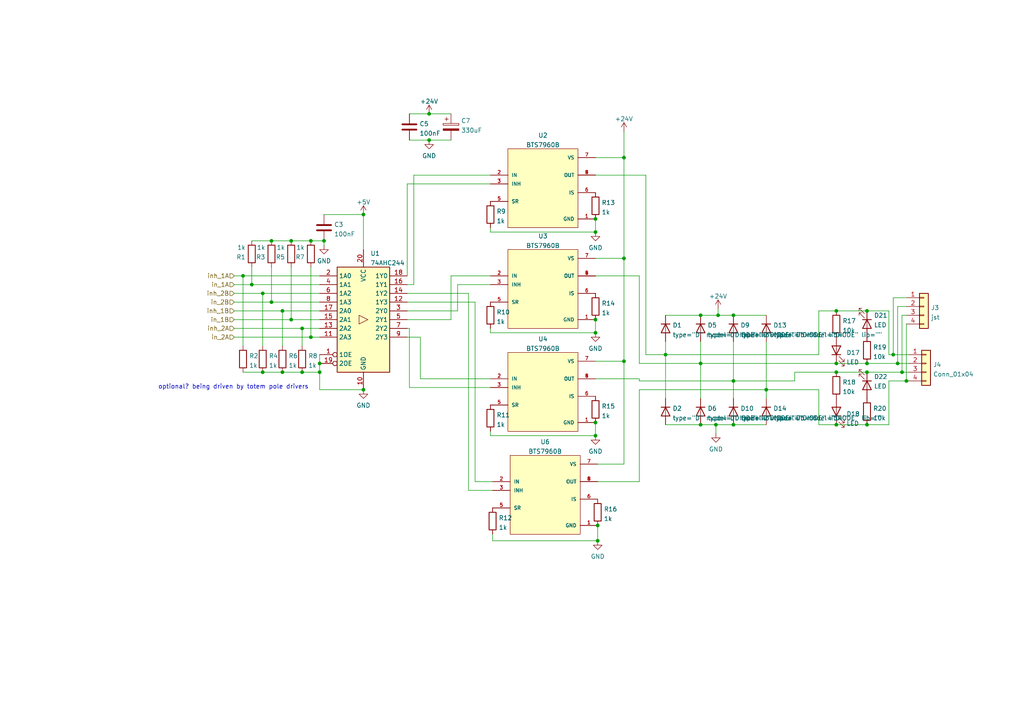
<source format=kicad_sch>
(kicad_sch (version 20211123) (generator eeschema)
  (paper "A4")
  (lib_symbols
    (symbol "74xx:74AHC244"
      (property "Reference" "U" (at -7.62 16.51 0))
      (property "Value" "74AHC244" (at -7.62 -16.51 0))
      (symbol "74AHC244_1_0"
        (polyline (pts (xy 1.27 0) (xy -1.27 1.27) (xy -1.27 -1.27) (xy 1.27 0)) (stroke (width 0.1524)))
        (pin input inverted (at -12.7 -10.16 0) (length 5.08) (name "1OE") (number "1"))
        (pin power_in line (at 0 -20.32 90) (length 5.08) (name "GND") (number "10"))
        (pin input line (at -12.7 -5.08 0) (length 5.08) (name "2A3") (number "11"))
        (pin tri_state line (at 12.7 5.08 180) (length 5.08) (name "1Y3") (number "12"))
        (pin input line (at -12.7 -2.54 0) (length 5.08) (name "2A2") (number "13"))
        (pin tri_state line (at 12.7 7.62 180) (length 5.08) (name "1Y2") (number "14"))
        (pin input line (at -12.7 0 0) (length 5.08) (name "2A1") (number "15"))
        (pin tri_state line (at 12.7 10.16 180) (length 5.08) (name "1Y1") (number "16"))
        (pin input line (at -12.7 2.54 0) (length 5.08) (name "2A0") (number "17"))
        (pin tri_state line (at 12.7 12.7 180) (length 5.08) (name "1Y0") (number "18"))
        (pin input inverted (at -12.7 -12.7 0) (length 5.08) (name "2OE") (number "19"))
        (pin input line (at -12.7 12.7 0) (length 5.08) (name "1A0") (number "2"))
        (pin power_in line (at 0 20.32 270) (length 5.08) (name "VCC") (number "20"))
        (pin tri_state line (at 12.7 2.54 180) (length 5.08) (name "2Y0") (number "3"))
        (pin input line (at -12.7 10.16 0) (length 5.08) (name "1A1") (number "4"))
        (pin tri_state line (at 12.7 0 180) (length 5.08) (name "2Y1") (number "5"))
        (pin input line (at -12.7 7.62 0) (length 5.08) (name "1A2") (number "6"))
        (pin tri_state line (at 12.7 -2.54 180) (length 5.08) (name "2Y2") (number "7"))
        (pin input line (at -12.7 5.08 0) (length 5.08) (name "1A3") (number "8"))
        (pin tri_state line (at 12.7 -5.08 180) (length 5.08) (name "2Y3") (number "9"))
      )
      (symbol "74AHC244_1_1"
        (rectangle (start -7.62 15.24) (end 7.62 -15.24) (stroke (width 0.254)) (fill (type background)))
      )
    )
    (symbol "Connector_Generic:Conn_01x04" (pin_names (offset 1.016) hide)
      (property "Reference" "J" (at 0 5.08 0))
      (property "Value" "Conn_01x04" (at 0 -7.62 0))
      (symbol "Conn_01x04_1_1"
        (rectangle (start -1.27 -4.953) (end 0 -5.207) (stroke (width 0.1524)))
        (rectangle (start -1.27 -2.413) (end 0 -2.667) (stroke (width 0.1524)))
        (rectangle (start -1.27 0.127) (end 0 -0.127) (stroke (width 0.1524)))
        (rectangle (start -1.27 2.667) (end 0 2.413) (stroke (width 0.1524)))
        (rectangle (start -1.27 3.81) (end 1.27 -6.35) (stroke (width 0.254)) (fill (type background)))
        (pin passive line (at -5.08 2.54 0) (length 3.81) (name "Pin_1") (number "1"))
        (pin passive line (at -5.08 0 0) (length 3.81) (name "Pin_2") (number "2"))
        (pin passive line (at -5.08 -2.54 0) (length 3.81) (name "Pin_3") (number "3"))
        (pin passive line (at -5.08 -5.08 0) (length 3.81) (name "Pin_4") (number "4"))
      )
    )
    (symbol "Device:C" (pin_numbers hide) (pin_names (offset 0.254))
      (property "Reference" "C" (at 0.635 2.54 0))
      (property "Value" "C" (at 0.635 -2.54 0))
      (symbol "C_0_1"
        (polyline (pts (xy -2.032 -0.762) (xy 2.032 -0.762)) (stroke (width 0.508)))
        (polyline (pts (xy -2.032 0.762) (xy 2.032 0.762)) (stroke (width 0.508)))
      )
      (symbol "C_1_1"
        (pin passive line (at 0 3.81 270) (length 2.794) (name "~") (number "1"))
        (pin passive line (at 0 -3.81 90) (length 2.794) (name "~") (number "2"))
      )
    )
    (symbol "Device:C_Polarized" (pin_numbers hide) (pin_names (offset 0.254))
      (property "Reference" "C" (at 0.635 2.54 0))
      (property "Value" "C_Polarized" (at 0.635 -2.54 0))
      (symbol "C_Polarized_0_1"
        (rectangle (start -2.286 0.508) (end 2.286 1.016))
        (polyline (pts (xy -1.778 2.286) (xy -0.762 2.286)))
        (polyline (pts (xy -1.27 2.794) (xy -1.27 1.778)))
        (rectangle (start 2.286 -0.508) (end -2.286 -1.016) (fill (type outline)))
      )
      (symbol "C_Polarized_1_1"
        (pin passive line (at 0 3.81 270) (length 2.794) (name "~") (number "1"))
        (pin passive line (at 0 -3.81 90) (length 2.794) (name "~") (number "2"))
      )
    )
    (symbol "Device:LED" (pin_numbers hide) (pin_names (offset 1.016) hide)
      (property "Reference" "D" (at 0 2.54 0))
      (property "Value" "LED" (at 0 -2.54 0))
      (symbol "LED_0_1"
        (polyline (pts (xy -1.27 -1.27) (xy -1.27 1.27)) (stroke (width 0.254)))
        (polyline (pts (xy -1.27 0) (xy 1.27 0)))
        (polyline (pts (xy 1.27 -1.27) (xy 1.27 1.27) (xy -1.27 0) (xy 1.27 -1.27)) (stroke (width 0.254)))
        (polyline (pts (xy -3.048 -0.762) (xy -4.572 -2.286) (xy -3.81 -2.286) (xy -4.572 -2.286) (xy -4.572 -1.524)))
        (polyline (pts (xy -1.778 -0.762) (xy -3.302 -2.286) (xy -2.54 -2.286) (xy -3.302 -2.286) (xy -3.302 -1.524)))
      )
      (symbol "LED_1_1"
        (pin passive line (at -3.81 0 0) (length 2.54) (name "K") (number "1"))
        (pin passive line (at 3.81 0 180) (length 2.54) (name "A") (number "2"))
      )
    )
    (symbol "Device:R" (pin_numbers hide) (pin_names (offset 0))
      (property "Reference" "R" (at 2.032 0 90))
      (property "Value" "R" (at 0 0 90))
      (symbol "R_0_1"
        (rectangle (start -1.016 -2.54) (end 1.016 2.54) (stroke (width 0.254)))
      )
      (symbol "R_1_1"
        (pin passive line (at 0 3.81 270) (length 1.27) (name "~") (number "1"))
        (pin passive line (at 0 -3.81 90) (length 1.27) (name "~") (number "2"))
      )
    )
    (symbol "Evan's misc parts:BTS7960B" (pin_names (offset 1.016))
      (property "Reference" "U" (at -10.16 10.922 0))
      (property "Value" "BTS7960B" (at -10.16 -15.24 0))
      (symbol "BTS7960B_0_0"
        (rectangle (start -10.16 -12.7) (end 10.16 10.16) (stroke (width 0.1524)) (fill (type background)))
        (pin power_in line (at 15.24 -10.16 180) (length 5.08) (name "GND") (number "1"))
        (pin input line (at -15.24 2.54 0) (length 5.08) (name "IN") (number "2"))
        (pin input line (at -15.24 0 0) (length 5.08) (name "INH") (number "3"))
        (pin output line (at 15.24 2.54 180) (length 5.08) (name "OUT") (number "4"))
        (pin input line (at -15.24 -5.08 0) (length 5.08) (name "SR") (number "5"))
        (pin output line (at 15.24 -2.54 180) (length 5.08) (name "IS") (number "6"))
        (pin power_in line (at 15.24 7.62 180) (length 5.08) (name "VS") (number "7"))
        (pin output line (at 15.24 2.54 180) (length 5.08) (name "OUT") (number "8"))
      )
    )
    (symbol "Simulation_SPICE:DIODE" (pin_numbers hide) (pin_names (offset 1.016) hide)
      (property "Reference" "D" (at 0 2.54 0))
      (property "Value" "DIODE" (at 0 -2.54 0))
      (symbol "DIODE_0_1"
        (polyline (pts (xy 1.27 0) (xy -1.27 0)))
        (polyline (pts (xy 1.27 1.27) (xy 1.27 -1.27)) (stroke (width 0.254)))
        (polyline (pts (xy -1.27 -1.27) (xy -1.27 1.27) (xy 1.27 0) (xy -1.27 -1.27)) (stroke (width 0.254)))
      )
      (symbol "DIODE_1_1"
        (pin passive line (at -3.81 0 0) (length 2.54) (name "A") (number "1"))
        (pin passive line (at 3.81 0 180) (length 2.54) (name "K") (number "2"))
      )
    )
    (symbol "power:+24V" (power) (pin_names (offset 0))
      (property "Value" "+24V" (at 0 3.556 0))
      (symbol "+24V_0_1"
        (polyline (pts (xy -0.762 1.27) (xy 0 2.54)))
        (polyline (pts (xy 0 0) (xy 0 2.54)))
        (polyline (pts (xy 0 2.54) (xy 0.762 1.27)))
      )
      (symbol "+24V_1_1"
        (pin power_in line (at 0 0 90) (length 0) hide (name "+24V") (number "1"))
      )
    )
    (symbol "power:+5V" (power) (pin_names (offset 0))
      (property "Value" "+5V" (at 0 3.556 0))
      (symbol "+5V_0_1"
        (polyline (pts (xy -0.762 1.27) (xy 0 2.54)))
        (polyline (pts (xy 0 0) (xy 0 2.54)))
        (polyline (pts (xy 0 2.54) (xy 0.762 1.27)))
      )
      (symbol "+5V_1_1"
        (pin power_in line (at 0 0 90) (length 0) hide (name "+5V") (number "1"))
      )
    )
    (symbol "power:GND" (power) (pin_names (offset 0))
      (property "Value" "GND" (at 0 -3.81 0))
      (symbol "GND_0_1"
        (polyline (pts (xy 0 0) (xy 0 -1.27) (xy 1.27 -1.27) (xy 0 -2.54) (xy -1.27 -1.27) (xy 0 -1.27)))
      )
      (symbol "GND_1_1"
        (pin power_in line (at 0 0 270) (length 0) hide (name "GND") (number "1"))
      )
    )
  )
  (junction (at 260.35 105.41))
  (junction (at 90.17 97.79))
  (junction (at 92.71 107.95))
  (junction (at 180.975 74.93))
  (junction (at 208.28 91.44))
  (junction (at 212.725 110.49))
  (junction (at 242.57 105.41))
  (junction (at 172.72 126.365))
  (junction (at 193.04 102.87))
  (junction (at 84.455 92.71))
  (junction (at 172.72 63.5))
  (junction (at 212.725 123.19))
  (junction (at 251.46 107.95))
  (junction (at 222.25 113.03))
  (junction (at 212.725 91.44))
  (junction (at 105.41 113.03))
  (junction (at 251.46 90.17))
  (junction (at 207.645 123.19))
  (junction (at 172.72 96.52))
  (junction (at 81.915 107.95))
  (junction (at 242.57 123.19))
  (junction (at 78.74 87.63))
  (junction (at 93.98 69.85))
  (junction (at 203.2 91.44))
  (junction (at 173.355 156.845))
  (junction (at 251.46 105.41))
  (junction (at 90.17 69.85))
  (junction (at 124.46 40.64))
  (junction (at 242.57 107.95))
  (junction (at 259.08 102.87))
  (junction (at 180.975 104.775))
  (junction (at 92.71 105.41))
  (junction (at 124.46 33.02))
  (junction (at 87.63 95.25))
  (junction (at 70.485 80.01))
  (junction (at 242.57 90.17))
  (junction (at 261.62 107.95))
  (junction (at 172.72 122.555))
  (junction (at 84.455 69.85))
  (junction (at 81.915 90.17))
  (junction (at 87.63 107.95))
  (junction (at 76.2 107.95))
  (junction (at 76.2 85.09))
  (junction (at 203.2 123.19))
  (junction (at 251.46 123.19))
  (junction (at 172.72 67.31))
  (junction (at 173.355 152.4))
  (junction (at 203.2 105.41))
  (junction (at 105.41 62.23))
  (junction (at 262.89 110.49))
  (junction (at 73.025 82.55))
  (junction (at 180.975 45.72))
  (junction (at 78.74 69.85))
  (junction (at 172.72 92.71))
  (wire (pts (xy 76.2 85.09) (xy 92.71 85.09)))
  (wire (pts (xy 251.46 90.17) (xy 242.57 90.17)))
  (wire (pts (xy 261.62 107.95) (xy 263.525 107.95)))
  (wire (pts (xy 237.49 113.03) (xy 237.49 123.19)))
  (wire (pts (xy 230.505 110.49) (xy 230.505 107.95)))
  (wire (pts (xy 67.945 82.55) (xy 73.025 82.55)))
  (wire (pts (xy 67.945 95.25) (xy 87.63 95.25)))
  (wire (pts (xy 118.745 112.395) (xy 142.24 112.395)))
  (wire (pts (xy 257.81 110.49) (xy 262.89 110.49)))
  (wire (pts (xy 81.915 107.95) (xy 87.63 107.95)))
  (wire (pts (xy 242.57 105.41) (xy 251.46 105.41)))
  (wire (pts (xy 193.04 99.06) (xy 193.04 102.87)))
  (wire (pts (xy 262.89 91.44) (xy 261.62 91.44)))
  (wire (pts (xy 118.11 80.01) (xy 118.11 53.34)))
  (wire (pts (xy 142.24 67.31) (xy 172.72 67.31)))
  (wire (pts (xy 193.04 91.44) (xy 203.2 91.44)))
  (wire (pts (xy 90.17 69.85) (xy 84.455 69.85)))
  (wire (pts (xy 130.81 80.01) (xy 130.81 92.71)))
  (wire (pts (xy 212.725 110.49) (xy 212.725 115.57)))
  (wire (pts (xy 70.485 80.01) (xy 70.485 100.33)))
  (wire (pts (xy 262.89 93.98) (xy 262.89 110.49)))
  (wire (pts (xy 67.945 97.79) (xy 90.17 97.79)))
  (wire (pts (xy 137.795 87.63) (xy 137.795 139.7)))
  (wire (pts (xy 92.71 107.95) (xy 92.71 113.03)))
  (wire (pts (xy 87.63 107.95) (xy 92.71 107.95)))
  (wire (pts (xy 172.72 45.72) (xy 180.975 45.72)))
  (wire (pts (xy 118.745 95.25) (xy 118.745 112.395)))
  (wire (pts (xy 222.25 113.03) (xy 237.49 113.03)))
  (wire (pts (xy 262.89 88.9) (xy 260.35 88.9)))
  (wire (pts (xy 237.49 90.17) (xy 237.49 102.87)))
  (wire (pts (xy 90.17 69.85) (xy 93.98 69.85)))
  (wire (pts (xy 67.945 90.17) (xy 81.915 90.17)))
  (wire (pts (xy 120.015 82.55) (xy 118.11 82.55)))
  (wire (pts (xy 185.42 80.01) (xy 185.42 105.41)))
  (wire (pts (xy 207.645 125.73) (xy 207.645 123.19)))
  (wire (pts (xy 84.455 92.71) (xy 92.71 92.71)))
  (wire (pts (xy 212.725 91.44) (xy 222.25 91.44)))
  (wire (pts (xy 130.81 80.01) (xy 142.24 80.01)))
  (wire (pts (xy 260.35 105.41) (xy 263.525 105.41)))
  (wire (pts (xy 173.355 134.62) (xy 180.975 134.62)))
  (wire (pts (xy 259.08 102.87) (xy 257.81 102.87)))
  (wire (pts (xy 118.11 95.25) (xy 118.745 95.25)))
  (wire (pts (xy 173.355 156.845) (xy 173.355 152.4)))
  (wire (pts (xy 142.875 154.94) (xy 142.875 156.845)))
  (wire (pts (xy 203.2 123.19) (xy 207.645 123.19)))
  (wire (pts (xy 130.81 92.71) (xy 118.11 92.71)))
  (wire (pts (xy 185.42 109.855) (xy 185.42 110.49)))
  (wire (pts (xy 76.2 100.33) (xy 76.2 85.09)))
  (wire (pts (xy 172.72 67.31) (xy 172.72 63.5)))
  (wire (pts (xy 203.2 105.41) (xy 203.2 115.57)))
  (wire (pts (xy 76.2 107.95) (xy 81.915 107.95)))
  (wire (pts (xy 124.46 40.64) (xy 130.81 40.64)))
  (wire (pts (xy 180.975 74.93) (xy 180.975 104.775)))
  (wire (pts (xy 257.81 123.19) (xy 257.81 110.49)))
  (wire (pts (xy 262.89 110.49) (xy 263.525 110.49)))
  (wire (pts (xy 230.505 107.95) (xy 242.57 107.95)))
  (wire (pts (xy 118.745 33.02) (xy 124.46 33.02)))
  (wire (pts (xy 172.72 74.93) (xy 180.975 74.93)))
  (wire (pts (xy 118.11 87.63) (xy 137.795 87.63)))
  (wire (pts (xy 67.945 87.63) (xy 78.74 87.63)))
  (wire (pts (xy 118.11 85.09) (xy 135.89 85.09)))
  (wire (pts (xy 142.24 125.095) (xy 142.24 126.365)))
  (wire (pts (xy 185.42 110.49) (xy 212.725 110.49)))
  (wire (pts (xy 185.42 139.7) (xy 185.42 113.03)))
  (wire (pts (xy 92.71 102.87) (xy 92.71 105.41)))
  (wire (pts (xy 222.25 99.06) (xy 222.25 113.03)))
  (wire (pts (xy 242.57 90.17) (xy 237.49 90.17)))
  (wire (pts (xy 242.57 123.19) (xy 251.46 123.19)))
  (wire (pts (xy 118.11 53.34) (xy 142.24 53.34)))
  (wire (pts (xy 70.485 107.95) (xy 76.2 107.95)))
  (wire (pts (xy 212.725 99.06) (xy 212.725 110.49)))
  (wire (pts (xy 73.025 77.47) (xy 73.025 82.55)))
  (wire (pts (xy 142.875 156.845) (xy 173.355 156.845)))
  (wire (pts (xy 193.04 102.87) (xy 193.04 115.57)))
  (wire (pts (xy 172.72 96.52) (xy 172.72 92.71)))
  (wire (pts (xy 142.24 96.52) (xy 172.72 96.52)))
  (wire (pts (xy 180.975 38.1) (xy 180.975 45.72)))
  (wire (pts (xy 172.72 104.775) (xy 180.975 104.775)))
  (wire (pts (xy 132.715 90.17) (xy 132.715 82.55)))
  (wire (pts (xy 257.81 90.17) (xy 251.46 90.17)))
  (wire (pts (xy 73.025 82.55) (xy 92.71 82.55)))
  (wire (pts (xy 105.41 62.23) (xy 93.98 62.23)))
  (wire (pts (xy 193.04 123.19) (xy 203.2 123.19)))
  (wire (pts (xy 251.46 105.41) (xy 260.35 105.41)))
  (wire (pts (xy 120.015 50.8) (xy 142.24 50.8)))
  (wire (pts (xy 180.975 104.775) (xy 180.975 134.62)))
  (wire (pts (xy 121.92 109.855) (xy 142.24 109.855)))
  (wire (pts (xy 262.89 86.36) (xy 259.08 86.36)))
  (wire (pts (xy 78.74 77.47) (xy 78.74 87.63)))
  (wire (pts (xy 90.17 97.79) (xy 92.71 97.79)))
  (wire (pts (xy 118.11 97.79) (xy 121.92 97.79)))
  (wire (pts (xy 203.2 99.06) (xy 203.2 105.41)))
  (wire (pts (xy 212.725 110.49) (xy 230.505 110.49)))
  (wire (pts (xy 208.28 89.535) (xy 208.28 91.44)))
  (wire (pts (xy 118.745 40.64) (xy 124.46 40.64)))
  (wire (pts (xy 172.72 50.8) (xy 187.325 50.8)))
  (wire (pts (xy 67.945 80.01) (xy 70.485 80.01)))
  (wire (pts (xy 87.63 95.25) (xy 92.71 95.25)))
  (wire (pts (xy 124.46 33.02) (xy 130.81 33.02)))
  (wire (pts (xy 81.915 90.17) (xy 81.915 100.33)))
  (wire (pts (xy 222.25 113.03) (xy 222.25 115.57)))
  (wire (pts (xy 251.46 123.19) (xy 257.81 123.19)))
  (wire (pts (xy 187.325 50.8) (xy 187.325 102.87)))
  (wire (pts (xy 261.62 91.44) (xy 261.62 107.95)))
  (wire (pts (xy 93.98 69.85) (xy 93.98 71.12)))
  (wire (pts (xy 118.11 90.17) (xy 132.715 90.17)))
  (wire (pts (xy 237.49 123.19) (xy 242.57 123.19)))
  (wire (pts (xy 172.72 109.855) (xy 185.42 109.855)))
  (wire (pts (xy 84.455 69.85) (xy 78.74 69.85)))
  (wire (pts (xy 142.24 126.365) (xy 172.72 126.365)))
  (wire (pts (xy 137.795 139.7) (xy 142.875 139.7)))
  (wire (pts (xy 132.715 82.55) (xy 142.24 82.55)))
  (wire (pts (xy 251.46 107.95) (xy 261.62 107.95)))
  (wire (pts (xy 121.92 97.79) (xy 121.92 109.855)))
  (wire (pts (xy 135.89 142.24) (xy 135.89 85.09)))
  (wire (pts (xy 263.525 102.87) (xy 259.08 102.87)))
  (wire (pts (xy 203.2 105.41) (xy 242.57 105.41)))
  (wire (pts (xy 173.355 139.7) (xy 185.42 139.7)))
  (wire (pts (xy 70.485 80.01) (xy 92.71 80.01)))
  (wire (pts (xy 92.71 105.41) (xy 92.71 107.95)))
  (wire (pts (xy 237.49 102.87) (xy 193.04 102.87)))
  (wire (pts (xy 84.455 77.47) (xy 84.455 92.71)))
  (wire (pts (xy 180.975 45.72) (xy 180.975 74.93)))
  (wire (pts (xy 92.71 113.03) (xy 105.41 113.03)))
  (wire (pts (xy 260.35 88.9) (xy 260.35 105.41)))
  (wire (pts (xy 120.015 50.8) (xy 120.015 82.55)))
  (wire (pts (xy 259.08 86.36) (xy 259.08 102.87)))
  (wire (pts (xy 203.2 91.44) (xy 208.28 91.44)))
  (wire (pts (xy 78.74 87.63) (xy 92.71 87.63)))
  (wire (pts (xy 208.28 91.44) (xy 212.725 91.44)))
  (wire (pts (xy 78.74 69.85) (xy 73.025 69.85)))
  (wire (pts (xy 142.24 95.25) (xy 142.24 96.52)))
  (wire (pts (xy 105.41 72.39) (xy 105.41 62.23)))
  (wire (pts (xy 242.57 107.95) (xy 251.46 107.95)))
  (wire (pts (xy 67.945 85.09) (xy 76.2 85.09)))
  (wire (pts (xy 207.645 123.19) (xy 212.725 123.19)))
  (wire (pts (xy 142.24 66.04) (xy 142.24 67.31)))
  (wire (pts (xy 212.725 123.19) (xy 222.25 123.19)))
  (wire (pts (xy 81.915 90.17) (xy 92.71 90.17)))
  (wire (pts (xy 187.325 102.87) (xy 193.04 102.87)))
  (wire (pts (xy 185.42 105.41) (xy 203.2 105.41)))
  (wire (pts (xy 257.81 102.87) (xy 257.81 90.17)))
  (wire (pts (xy 135.89 142.24) (xy 142.875 142.24)))
  (wire (pts (xy 90.17 77.47) (xy 90.17 97.79)))
  (wire (pts (xy 185.42 113.03) (xy 222.25 113.03)))
  (wire (pts (xy 172.72 126.365) (xy 172.72 122.555)))
  (wire (pts (xy 172.72 80.01) (xy 185.42 80.01)))
  (wire (pts (xy 87.63 95.25) (xy 87.63 100.33)))
  (wire (pts (xy 67.945 92.71) (xy 84.455 92.71)))
  (text "optional? being driven by totem pole drivers" (at 89.535 113.03 180) (effects (font (size 1.27 1.27)) (justify right bottom)))
  (hierarchical_label "in_2A" (shape input) (at 67.945 97.79 180))
  (hierarchical_label "in_2B" (shape input) (at 67.945 87.63 180))
  (hierarchical_label "inh_2A" (shape input) (at 67.945 95.25 180))
  (hierarchical_label "inh_2B" (shape input) (at 67.945 85.09 180))
  (hierarchical_label "inh_1A" (shape input) (at 67.945 80.01 180))
  (hierarchical_label "inh_1B" (shape input) (at 67.945 90.17 180))
  (hierarchical_label "in_1A" (shape input) (at 67.945 82.55 180))
  (hierarchical_label "in_1B" (shape input) (at 67.945 92.71 180))
  (symbol (lib_id "Simulation_SPICE:DIODE") (at 212.725 95.25 90) (unit 1)
    (property "Reference" "D9" (at 214.757 94.3415 90) (effects (justify right)))
    (property "Value" "DIODE" (at 214.757 97.1166 90) (effects (justify right)))
    (property "Footprint" "Diode_SMD:D_SMA" (effects hide))
    (property "Spice_Netlist_Enabled" "Y" (effects hide))
    (property "Spice_Primitive" "D" (effects hide))
  )
  (symbol (lib_id "Device:LED") (at 242.57 101.6 90) (unit 1)
    (property "Reference" "D17" (at 245.491 102.279 90) (effects (justify right)))
    (property "Value" "LED" (at 245.491 105.0541 90) (effects (justify right)))
    (property "Footprint" "LED_SMD:LED_0603_1608Metric" (effects hide))
  )
  (symbol (lib_id "Simulation_SPICE:DIODE") (at 212.725 119.38 90) (unit 1)
    (property "Reference" "D10" (at 214.757 118.4715 90) (effects (justify right)))
    (property "Value" "DIODE" (at 214.757 121.2466 90) (effects (justify right)))
    (property "Footprint" "Diode_SMD:D_SMA" (effects hide))
    (property "Spice_Netlist_Enabled" "Y" (effects hide))
    (property "Spice_Primitive" "D" (effects hide))
  )
  (symbol (lib_id "Device:LED") (at 251.46 93.98 270) (unit 1)
    (property "Reference" "D21" (at 253.492 91.484 90) (effects (justify left)))
    (property "Value" "LED" (at 253.492 94.2591 90) (effects (justify left)))
    (property "Footprint" "LED_SMD:LED_0603_1608Metric" (effects hide))
  )
  (symbol (lib_id "Device:R") (at 78.74 73.66 180) (unit 1)
    (property "Reference" "R3" (at 76.962 74.5685 0) (effects (justify left)))
    (property "Value" "1k" (at 76.962 71.7934 0) (effects (justify left)))
    (property "Footprint" "Resistor_SMD:R_0603_1608Metric" (effects hide))
  )
  (symbol (lib_id "Device:R") (at 172.72 118.745 0) (unit 1)
    (property "Reference" "R15" (at 174.498 117.8365 0) (effects (justify left)))
    (property "Value" "1k" (at 174.498 120.6116 0) (effects (justify left)))
    (property "Footprint" "Resistor_SMD:R_0603_1608Metric" (effects hide))
  )
  (symbol (lib_id "power:GND") (at 172.72 96.52 0) (unit 1)
    (property "Reference" "#PWR017" (effects hide))
    (property "Value" "GND" (at 172.72 101.0825 0))
  )
  (symbol (lib_id "Device:R") (at 251.46 119.38 0) (unit 1)
    (property "Reference" "R20" (at 253.238 118.4715 0) (effects (justify left)))
    (property "Value" "10k" (at 253.238 121.2466 0) (effects (justify left)))
    (property "Footprint" "Resistor_SMD:R_0603_1608Metric" (effects hide))
  )
  (symbol (lib_id "Device:R") (at 87.63 104.14 0) (unit 1)
    (property "Reference" "R8" (at 89.408 103.2315 0) (effects (justify left)))
    (property "Value" "1k" (at 89.408 106.0066 0) (effects (justify left)))
    (property "Footprint" "Resistor_SMD:R_0603_1608Metric" (effects hide))
  )
  (symbol (lib_id "Device:R") (at 142.24 62.23 0) (unit 1)
    (property "Reference" "R9" (at 144.018 61.3215 0) (effects (justify left)))
    (property "Value" "1k" (at 144.018 64.0966 0) (effects (justify left)))
    (property "Footprint" "Resistor_SMD:R_0603_1608Metric" (effects hide))
  )
  (symbol (lib_id "Device:C") (at 118.745 36.83 0) (unit 1)
    (property "Reference" "C5" (at 121.666 35.9215 0) (effects (justify left)))
    (property "Value" "100nF" (at 121.666 38.6966 0) (effects (justify left)))
    (property "Footprint" "Capacitor_SMD:C_0603_1608Metric" (effects hide))
  )
  (symbol (lib_id "Device:C_Polarized") (at 130.81 36.83 0) (unit 1)
    (property "Reference" "C7" (at 133.731 35.0325 0) (effects (justify left)))
    (property "Value" "330uF" (at 133.731 37.8076 0) (effects (justify left)))
    (property "Footprint" "Capacitor_THT:CP_Radial_D10.0mm_P5.00mm" (effects hide))
  )
  (symbol (lib_id "Evan's misc parts:BTS7960B") (at 157.48 112.395 0) (unit 1)
    (property "Reference" "U4" (at 157.48 98.3193 0))
    (property "Value" "BTS7960B" (at 157.48 101.0944 0))
    (property "Footprint" "Evan's misc parts:DPAK127P1490X440-8N" (effects hide))
    (property "MAXIMUM_PACKAGE_HEIGHT" "4.4mm" (effects hide))
    (property "MANUFACTURER" "Infineon" (effects hide))
    (property "STANDARD" "IPC-7351B" (effects hide))
    (property "PARTREV" "1.1" (effects hide))
  )
  (symbol (lib_id "power:GND") (at 172.72 67.31 0) (unit 1)
    (property "Reference" "#PWR09" (effects hide))
    (property "Value" "GND" (at 172.72 71.8725 0))
  )
  (symbol (lib_id "power:GND") (at 172.72 126.365 0) (unit 1)
    (property "Reference" "#PWR019" (effects hide))
    (property "Value" "GND" (at 172.72 130.9275 0))
  )
  (symbol (lib_id "power:GND") (at 124.46 40.64 0) (unit 1)
    (property "Reference" "#PWR07" (effects hide))
    (property "Value" "GND" (at 124.46 45.2025 0))
  )
  (symbol (lib_id "Device:R") (at 73.025 73.66 180) (unit 1)
    (property "Reference" "R1" (at 71.247 74.5685 0) (effects (justify left)))
    (property "Value" "1k" (at 71.247 71.7934 0) (effects (justify left)))
    (property "Footprint" "Resistor_SMD:R_0603_1608Metric" (effects hide))
  )
  (symbol (lib_id "Evan's misc parts:BTS7960B") (at 157.48 53.34 0) (unit 1)
    (property "Reference" "U2" (at 157.48 39.2643 0))
    (property "Value" "BTS7960B" (at 157.48 42.0394 0))
    (property "Footprint" "Evan's misc parts:DPAK127P1490X440-8N" (effects hide))
    (property "MAXIMUM_PACKAGE_HEIGHT" "4.4mm" (effects hide))
    (property "MANUFACTURER" "Infineon" (effects hide))
    (property "STANDARD" "IPC-7351B" (effects hide))
    (property "PARTREV" "1.1" (effects hide))
  )
  (symbol (lib_id "Device:R") (at 142.24 91.44 0) (unit 1)
    (property "Reference" "R10" (at 144.018 90.5315 0) (effects (justify left)))
    (property "Value" "1k" (at 144.018 93.3066 0) (effects (justify left)))
    (property "Footprint" "Resistor_SMD:R_0603_1608Metric" (effects hide))
  )
  (symbol (lib_id "Simulation_SPICE:DIODE") (at 203.2 119.38 90) (unit 1)
    (property "Reference" "D6" (at 205.232 118.4715 90) (effects (justify right)))
    (property "Value" "DIODE" (at 205.232 121.2466 90) (effects (justify right)))
    (property "Footprint" "Diode_SMD:D_SMA" (effects hide))
    (property "Spice_Netlist_Enabled" "Y" (effects hide))
    (property "Spice_Primitive" "D" (effects hide))
  )
  (symbol (lib_id "power:GND") (at 207.645 125.73 0) (unit 1)
    (property "Reference" "#PWR022" (effects hide))
    (property "Value" "GND" (at 207.645 130.2925 0))
  )
  (symbol (lib_id "Evan's misc parts:BTS7960B") (at 158.115 142.24 0) (unit 1)
    (property "Reference" "U6" (at 158.115 128.1643 0))
    (property "Value" "BTS7960B" (at 158.115 130.9394 0))
    (property "Footprint" "Evan's misc parts:DPAK127P1490X440-8N" (effects hide))
    (property "MAXIMUM_PACKAGE_HEIGHT" "4.4mm" (effects hide))
    (property "MANUFACTURER" "Infineon" (effects hide))
    (property "STANDARD" "IPC-7351B" (effects hide))
    (property "PARTREV" "1.1" (effects hide))
  )
  (symbol (lib_id "power:GND") (at 93.98 71.12 0) (unit 1)
    (property "Reference" "#PWR01" (effects hide))
    (property "Value" "GND" (at 93.98 75.6825 0))
  )
  (symbol (lib_id "Device:R") (at 84.455 73.66 180) (unit 1)
    (property "Reference" "R5" (at 82.677 74.5685 0) (effects (justify left)))
    (property "Value" "1k" (at 82.677 71.7934 0) (effects (justify left)))
    (property "Footprint" "Resistor_SMD:R_0603_1608Metric" (effects hide))
  )
  (symbol (lib_id "Simulation_SPICE:DIODE") (at 222.25 95.25 90) (unit 1)
    (property "Reference" "D13" (at 224.282 94.3415 90) (effects (justify right)))
    (property "Value" "DIODE" (at 224.282 97.1166 90) (effects (justify right)))
    (property "Footprint" "Diode_SMD:D_SMA" (effects hide))
    (property "Spice_Netlist_Enabled" "Y" (effects hide))
    (property "Spice_Primitive" "D" (effects hide))
  )
  (symbol (lib_id "Device:R") (at 142.875 151.13 0) (unit 1)
    (property "Reference" "R12" (at 144.653 150.2215 0) (effects (justify left)))
    (property "Value" "1k" (at 144.653 152.9966 0) (effects (justify left)))
    (property "Footprint" "Resistor_SMD:R_0603_1608Metric" (effects hide))
  )
  (symbol (lib_id "Device:R") (at 251.46 101.6 0) (unit 1)
    (property "Reference" "R19" (at 253.238 100.6915 0) (effects (justify left)))
    (property "Value" "10k" (at 253.238 103.4666 0) (effects (justify left)))
    (property "Footprint" "Resistor_SMD:R_0603_1608Metric" (effects hide))
  )
  (symbol (lib_id "74xx:74AHC244") (at 105.41 92.71 0) (unit 1)
    (property "Reference" "U1" (at 107.4294 73.5035 0) (effects (justify left)))
    (property "Value" "74AHC244" (at 107.4294 76.2786 0) (effects (justify left)))
    (property "Footprint" "Package_SO:SOIC-20W_7.5x12.8mm_P1.27mm" (effects hide))
    (property "Datasheet" "https://assets.nexperia.com/documents/data-sheet/74AHC_AHCT244.pdf" (effects hide))
  )
  (symbol (lib_id "Device:R") (at 172.72 88.9 0) (unit 1)
    (property "Reference" "R14" (at 174.498 87.9915 0) (effects (justify left)))
    (property "Value" "1k" (at 174.498 90.7666 0) (effects (justify left)))
    (property "Footprint" "Resistor_SMD:R_0603_1608Metric" (effects hide))
  )
  (symbol (lib_id "power:GND") (at 173.355 156.845 0) (unit 1)
    (property "Reference" "#PWR020" (effects hide))
    (property "Value" "GND" (at 173.355 161.4075 0))
  )
  (symbol (lib_id "Simulation_SPICE:DIODE") (at 203.2 95.25 90) (unit 1)
    (property "Reference" "D5" (at 205.232 94.3415 90) (effects (justify right)))
    (property "Value" "DIODE" (at 205.232 97.1166 90) (effects (justify right)))
    (property "Footprint" "Diode_SMD:D_SMA" (effects hide))
    (property "Spice_Netlist_Enabled" "Y" (effects hide))
    (property "Spice_Primitive" "D" (effects hide))
  )
  (symbol (lib_id "Simulation_SPICE:DIODE") (at 222.25 119.38 90) (unit 1)
    (property "Reference" "D14" (at 224.282 118.4715 90) (effects (justify right)))
    (property "Value" "DIODE" (at 224.282 121.2466 90) (effects (justify right)))
    (property "Footprint" "Diode_SMD:D_SMA" (effects hide))
    (property "Spice_Netlist_Enabled" "Y" (effects hide))
    (property "Spice_Primitive" "D" (effects hide))
  )
  (symbol (lib_id "Device:R") (at 76.2 104.14 0) (unit 1)
    (property "Reference" "R4" (at 77.978 103.2315 0) (effects (justify left)))
    (property "Value" "1k" (at 77.978 106.0066 0) (effects (justify left)))
    (property "Footprint" "Resistor_SMD:R_0603_1608Metric" (effects hide))
  )
  (symbol (lib_id "power:+24V") (at 208.28 89.535 0) (unit 1)
    (property "Reference" "#PWR023" (effects hide))
    (property "Value" "+24V" (at 208.28 85.9305 0))
  )
  (symbol (lib_id "Device:R") (at 70.485 104.14 0) (unit 1)
    (property "Reference" "R2" (at 72.263 103.2315 0) (effects (justify left)))
    (property "Value" "1k" (at 72.263 106.0066 0) (effects (justify left)))
    (property "Footprint" "Resistor_SMD:R_0603_1608Metric" (effects hide))
  )
  (symbol (lib_id "Device:R") (at 142.24 121.285 0) (unit 1)
    (property "Reference" "R11" (at 144.018 120.3765 0) (effects (justify left)))
    (property "Value" "1k" (at 144.018 123.1516 0) (effects (justify left)))
    (property "Footprint" "Resistor_SMD:R_0603_1608Metric" (effects hide))
  )
  (symbol (lib_id "power:+24V") (at 124.46 33.02 0) (unit 1)
    (property "Reference" "#PWR06" (effects hide))
    (property "Value" "+24V" (at 124.46 29.4155 0))
  )
  (symbol (lib_id "Device:R") (at 90.17 73.66 180) (unit 1)
    (property "Reference" "R7" (at 88.392 74.5685 0) (effects (justify left)))
    (property "Value" "1k" (at 88.392 71.7934 0) (effects (justify left)))
    (property "Footprint" "Resistor_SMD:R_0603_1608Metric" (effects hide))
  )
  (symbol (lib_id "Device:R") (at 242.57 93.98 0) (unit 1)
    (property "Reference" "R17" (at 244.348 93.0715 0) (effects (justify left)))
    (property "Value" "10k" (at 244.348 95.8466 0) (effects (justify left)))
    (property "Footprint" "Resistor_SMD:R_0603_1608Metric" (effects hide))
  )
  (symbol (lib_id "power:+5V") (at 105.41 62.23 0) (unit 1)
    (property "Reference" "#PWR02" (effects hide))
    (property "Value" "+5V" (at 105.41 58.6255 0))
  )
  (symbol (lib_id "Simulation_SPICE:DIODE") (at 193.04 119.38 90) (unit 1)
    (property "Reference" "D2" (at 195.072 118.4715 90) (effects (justify right)))
    (property "Value" "DIODE" (at 195.072 121.2466 90) (effects (justify right)))
    (property "Footprint" "Diode_SMD:D_SMA" (effects hide))
    (property "Spice_Netlist_Enabled" "Y" (effects hide))
    (property "Spice_Primitive" "D" (effects hide))
  )
  (symbol (lib_id "Evan's misc parts:BTS7960B") (at 157.48 82.55 0) (unit 1)
    (property "Reference" "U3" (at 157.48 68.4743 0))
    (property "Value" "BTS7960B" (at 157.48 71.2494 0))
    (property "Footprint" "Evan's misc parts:DPAK127P1490X440-8N" (effects hide))
    (property "MAXIMUM_PACKAGE_HEIGHT" "4.4mm" (effects hide))
    (property "MANUFACTURER" "Infineon" (effects hide))
    (property "STANDARD" "IPC-7351B" (effects hide))
    (property "PARTREV" "1.1" (effects hide))
  )
  (symbol (lib_id "power:+24V") (at 180.975 38.1 0) (unit 1)
    (property "Reference" "#PWR021" (effects hide))
    (property "Value" "+24V" (at 180.975 34.4955 0))
  )
  (symbol (lib_id "Simulation_SPICE:DIODE") (at 193.04 95.25 90) (unit 1)
    (property "Reference" "D1" (at 195.072 94.3415 90) (effects (justify right)))
    (property "Value" "DIODE" (at 195.072 97.1166 90) (effects (justify right)))
    (property "Footprint" "Diode_SMD:D_SMA" (effects hide))
    (property "Spice_Netlist_Enabled" "Y" (effects hide))
    (property "Spice_Primitive" "D" (effects hide))
  )
  (symbol (lib_id "Device:R") (at 173.355 148.59 0) (unit 1)
    (property "Reference" "R16" (at 175.133 147.6815 0) (effects (justify left)))
    (property "Value" "1k" (at 175.133 150.4566 0) (effects (justify left)))
    (property "Footprint" "Resistor_SMD:R_0603_1608Metric" (effects hide))
  )
  (symbol (lib_id "Connector_Generic:Conn_01x04") (at 267.97 88.9 0) (unit 1)
    (property "Reference" "J3" (at 270.002 89.2615 0) (effects (justify left)))
    (property "Value" "jst" (at 270.002 92.0366 0) (effects (justify left)))
    (property "Footprint" "Connector_JST:JST_XH_B4B-XH-A_1x04_P2.50mm_Vertical" (effects hide))
  )
  (symbol (lib_id "Device:R") (at 242.57 111.76 0) (unit 1)
    (property "Reference" "R18" (at 244.348 110.8515 0) (effects (justify left)))
    (property "Value" "10k" (at 244.348 113.6266 0) (effects (justify left)))
    (property "Footprint" "Resistor_SMD:R_0603_1608Metric" (effects hide))
  )
  (symbol (lib_id "Device:LED") (at 242.57 119.38 90) (unit 1)
    (property "Reference" "D18" (at 245.491 120.059 90) (effects (justify right)))
    (property "Value" "LED" (at 245.491 122.8341 90) (effects (justify right)))
    (property "Footprint" "LED_SMD:LED_0603_1608Metric" (effects hide))
  )
  (symbol (lib_id "Device:R") (at 172.72 59.69 0) (unit 1)
    (property "Reference" "R13" (at 174.498 58.7815 0) (effects (justify left)))
    (property "Value" "1k" (at 174.498 61.5566 0) (effects (justify left)))
    (property "Footprint" "Resistor_SMD:R_0603_1608Metric" (effects hide))
  )
  (symbol (lib_id "Device:LED") (at 251.46 111.76 270) (unit 1)
    (property "Reference" "D22" (at 253.492 109.264 90) (effects (justify left)))
    (property "Value" "LED" (at 253.492 112.0391 90) (effects (justify left)))
    (property "Footprint" "LED_SMD:LED_0603_1608Metric" (effects hide))
  )
  (symbol (lib_id "Device:C") (at 93.98 66.04 0) (unit 1)
    (property "Reference" "C3" (at 96.901 65.1315 0) (effects (justify left)))
    (property "Value" "100nF" (at 96.901 67.9066 0) (effects (justify left)))
    (property "Footprint" "Capacitor_SMD:C_0603_1608Metric" (effects hide))
  )
  (symbol (lib_id "power:GND") (at 105.41 113.03 0) (unit 1)
    (property "Reference" "#PWR03" (effects hide))
    (property "Value" "GND" (at 105.41 117.5925 0))
  )
  (symbol (lib_id "Device:R") (at 81.915 104.14 0) (unit 1)
    (property "Reference" "R6" (at 83.693 103.2315 0) (effects (justify left)))
    (property "Value" "1k" (at 83.693 106.0066 0) (effects (justify left)))
    (property "Footprint" "Resistor_SMD:R_0603_1608Metric" (effects hide))
  )
  (symbol (lib_id "Connector_Generic:Conn_01x04") (at 268.605 105.41 0) (unit 1)
    (property "Reference" "J4" (at 270.637 105.7715 0) (effects (justify left)))
    (property "Value" "Conn_01x04" (at 270.637 108.5466 0) (effects (justify left)))
    (property "Footprint" "TerminalBlock_Phoenix:TerminalBlock_Phoenix_MKDS-1,5-4_1x04_P5.00mm_Horizontal" (effects hide))
  )
)
</source>
